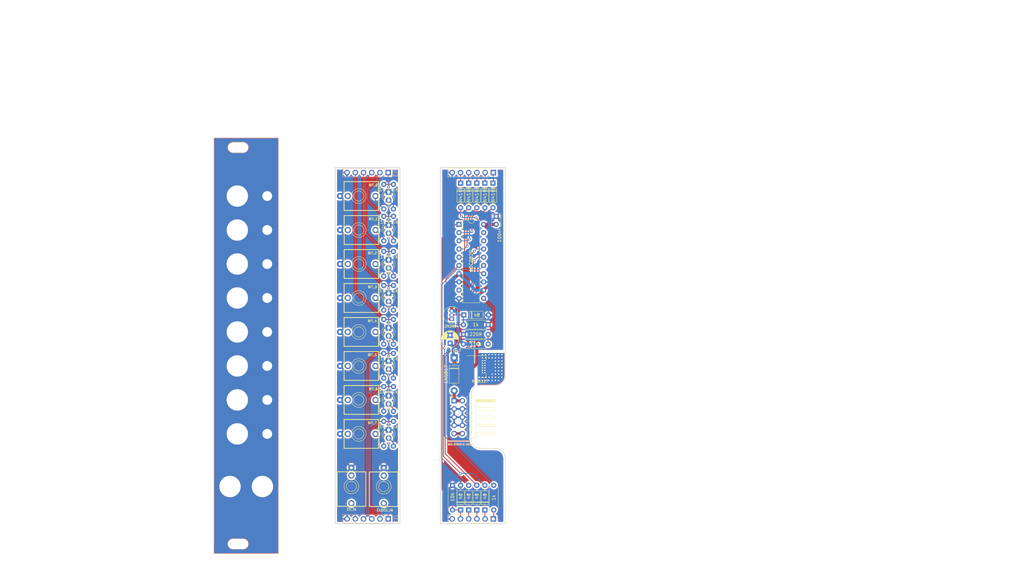
<source format=kicad_pcb>
(kicad_pcb (version 20171130) (host pcbnew "(5.1.5)-3")
  (layers (0 F.Cu signal) (31 B.Cu signal) (34 B.Paste user) (35 F.Paste user) (36 B.SilkS user) (37 F.SilkS user) (38 B.Mask user) (39 F.Mask user) (44 Edge.Cuts user))
  (net 0 "")
  (net 1 GND)
  (net 2 "Net-(D1-Pad1)")
  (net 3 /BIT_0)
  (net 4 /BIT_1)
  (net 5 /BIT_2)
  (net 6 /BIT_3)
  (net 7 /BIT_4)
  (net 8 /BIT_5)
  (net 9 /BIT_6)
  (net 10 /BIT_7)
  (net 11 "Net-(D12-Pad2)")
  (net 12 "Net-(D13-Pad2)")
  (net 13 "Net-(D14-Pad2)")
  (net 14 "Net-(D15-Pad2)")
  (net 15 "Net-(D16-Pad2)")
  (net 16 "Net-(D17-Pad2)")
  (net 17 "Net-(D18-Pad2)")
  (net 18 "Net-(D19-Pad2)")
  (net 19 "Net-(J3-PadT)")
  (net 20 "Net-(J4-PadT)")
  (net 21 "Net-(J5-PadT)")
  (net 22 "Net-(J6-PadT)")
  (net 23 "Net-(J7-PadT)")
  (net 24 "Net-(J8-PadT)")
  (net 25 "Net-(J9-PadT)")
  (net 26 "Net-(J10-PadT)")
  (net 27 +5V)
  (net 28 "Net-(Q1-Pad1)")
  (net 29 "Net-(R5-Pad1)")
  (net 30 /CV_IN_M)
  (net 31 /BIT_0_D)
  (net 32 /BIT_1_D)
  (net 33 /BIT_2_D)
  (net 34 /BIT_3_D)
  (net 35 /BIT_4_D)
  (net 36 /BIT_5_D)
  (net 37 /BIT_6_D)
  (net 38 /BIT_7_D)
  (net 39 /CK_IN)
  (net 40 /CV_IN)
  (net 41 /BIT_3_D__)
  (net 42 /BIT_2_D__)
  (net 43 /BIT_1_D__)
  (net 44 /BIT_0_D__)
  (net 45 /BIT_4_D__)
  (net 46 /BIT_5_D__)
  (net 47 /BIT_6_D__)
  (net 48 /BIT_7_D__)
  (net 49 /CK_IN_M)
  (net 50 +12V)
  (net 51 -12V)
  (net 52 /HEATSINK)
  (net 53 "Net-(D3-Pad2)")
  (module Diode_THT:D_DO-35_SOD27_P7.62mm_Horizontal (layer F.Cu) (at 143 97)
    (fp_text reference 48 (at 4 0) (layer F.SilkS))
    (fp_text value 1N4148)
    (pad 2 thru_hole oval (at 7.62 0) (size 1.6 1.6) (drill 0.8) (layers *.Cu *.Mask) (net 1 GND))
    (pad 1 thru_hole rect (at 0 0) (size 1.6 1.6) (drill 0.8) (layers *.Cu *.Mask) (net 2 "Net-(D1-Pad1)"))
  )
  (module Diode_THT:D_DO-35_SOD27_P7.62mm_Horizontal (layer F.Cu) (at 142 157.25 90)
    (fp_text reference 48 (at 4.25 0 90) (layer F.SilkS))
    (fp_text value 1N4148)
    (pad 2 thru_hole oval (at 7.62 0 90) (size 1.6 1.6) (drill 0.8) (layers *.Cu *.Mask) (net 1 GND))
    (pad 1 thru_hole rect (at 0 0 90) (size 1.6 1.6) (drill 0.8) (layers *.Cu *.Mask) (net 30 /CV_IN_M))
  )
  (module Diode_THT:D_DO-35_SOD27_P7.62mm_Horizontal (layer F.Cu) (at 152 56.25 270)
    (fp_text reference D4 hide)
    (fp_text value 1N4148 (at 4 0 270) (layer F.SilkS))
    (pad 2 thru_hole oval (at 7.62 0 270) (size 1.6 1.6) (drill 0.8) (layers *.Cu *.Mask) (net 3 /BIT_0))
    (pad 1 thru_hole rect (at 0 0 270) (size 1.6 1.6) (drill 0.8) (layers *.Cu *.Mask) (net 31 /BIT_0_D))
  )
  (module Diode_THT:D_DO-35_SOD27_P7.62mm_Horizontal (layer F.Cu) (at 149.5 56.25 270)
    (fp_text reference D5 hide)
    (fp_text value 1N4148 (at 4 0 270) (layer F.SilkS))
    (pad 1 thru_hole rect (at 0 0 270) (size 1.6 1.6) (drill 0.8) (layers *.Cu *.Mask) (net 32 /BIT_1_D))
    (pad 2 thru_hole oval (at 7.62 0 270) (size 1.6 1.6) (drill 0.8) (layers *.Cu *.Mask) (net 4 /BIT_1))
  )
  (module Diode_THT:D_DO-35_SOD27_P7.62mm_Horizontal (layer F.Cu) (at 147 56.25 270)
    (fp_text reference D6 hide)
    (fp_text value 1N4148 (at 4 0 270) (layer F.SilkS))
    (pad 1 thru_hole rect (at 0 0 270) (size 1.6 1.6) (drill 0.8) (layers *.Cu *.Mask) (net 33 /BIT_2_D))
    (pad 2 thru_hole oval (at 7.62 0 270) (size 1.6 1.6) (drill 0.8) (layers *.Cu *.Mask) (net 5 /BIT_2))
  )
  (module Diode_THT:D_DO-35_SOD27_P7.62mm_Horizontal (layer F.Cu) (at 144.5 56.25 270)
    (fp_text reference D7 hide)
    (fp_text value 1N4148 (at 4 0 270) (layer F.SilkS))
    (pad 2 thru_hole oval (at 7.62 0 270) (size 1.6 1.6) (drill 0.8) (layers *.Cu *.Mask) (net 6 /BIT_3))
    (pad 1 thru_hole rect (at 0 0 270) (size 1.6 1.6) (drill 0.8) (layers *.Cu *.Mask) (net 34 /BIT_3_D))
  )
  (module Diode_THT:D_DO-35_SOD27_P7.62mm_Horizontal (layer F.Cu) (at 142 56.25 270)
    (fp_text reference D8 hide)
    (fp_text value 1N4148 (at 4 0 270) (layer F.SilkS))
    (pad 1 thru_hole rect (at 0 0 270) (size 1.6 1.6) (drill 0.8) (layers *.Cu *.Mask) (net 35 /BIT_4_D))
    (pad 2 thru_hole oval (at 7.62 0 270) (size 1.6 1.6) (drill 0.8) (layers *.Cu *.Mask) (net 7 /BIT_4))
  )
  (module Diode_THT:D_DO-35_SOD27_P7.62mm_Horizontal (layer F.Cu) (at 144.5 157.25 90)
    (fp_text reference 48 (at 4.25 0 90) (layer F.SilkS))
    (fp_text value 1N4148)
    (pad 2 thru_hole oval (at 7.62 0 90) (size 1.6 1.6) (drill 0.8) (layers *.Cu *.Mask) (net 8 /BIT_5))
    (pad 1 thru_hole rect (at 0 0 90) (size 1.6 1.6) (drill 0.8) (layers *.Cu *.Mask) (net 36 /BIT_5_D))
  )
  (module Diode_THT:D_DO-35_SOD27_P7.62mm_Horizontal (layer F.Cu) (at 147 157.25 90)
    (fp_text reference 48 (at 4.25 0 90) (layer F.SilkS))
    (fp_text value 1N4148)
    (pad 1 thru_hole rect (at 0 0 90) (size 1.6 1.6) (drill 0.8) (layers *.Cu *.Mask) (net 37 /BIT_6_D))
    (pad 2 thru_hole oval (at 7.62 0 90) (size 1.6 1.6) (drill 0.8) (layers *.Cu *.Mask) (net 9 /BIT_6))
  )
  (module Diode_THT:D_DO-35_SOD27_P7.62mm_Horizontal (layer F.Cu) (at 149.5 157.25 90)
    (fp_text reference 48 (at 4.25 0 90) (layer F.SilkS))
    (fp_text value 1N4148)
    (pad 1 thru_hole rect (at 0 0 90) (size 1.6 1.6) (drill 0.8) (layers *.Cu *.Mask) (net 38 /BIT_7_D))
    (pad 2 thru_hole oval (at 7.62 0 90) (size 1.6 1.6) (drill 0.8) (layers *.Cu *.Mask) (net 10 /BIT_7))
  )
  (module LED_THT:LED_D3.0mm (layer F.Cu) (at 119.75 59 270)
    (fp_text reference D12 hide)
    (fp_text value LED)
    (pad 2 thru_hole circle (at 2.54 0 270) (size 1.8 1.8) (drill 0.9) (layers *.Cu *.Mask) (net 11 "Net-(D12-Pad2)"))
    (pad 1 thru_hole rect (at 0 0 270) (size 1.8 1.8) (drill 0.9) (layers *.Cu *.Mask) (net 1 GND))
  )
  (module LED_THT:LED_D3.0mm (layer F.Cu) (at 119.75 69.21 270)
    (fp_text reference D13 hide)
    (fp_text value LED)
    (pad 1 thru_hole rect (at 0 0 270) (size 1.8 1.8) (drill 0.9) (layers *.Cu *.Mask) (net 1 GND))
    (pad 2 thru_hole circle (at 2.54 0 270) (size 1.8 1.8) (drill 0.9) (layers *.Cu *.Mask) (net 12 "Net-(D13-Pad2)"))
  )
  (module LED_THT:LED_D3.0mm (layer F.Cu) (at 119.75 79.96 270)
    (fp_text reference D14 hide)
    (fp_text value LED)
    (pad 2 thru_hole circle (at 2.54 0 270) (size 1.8 1.8) (drill 0.9) (layers *.Cu *.Mask) (net 13 "Net-(D14-Pad2)"))
    (pad 1 thru_hole rect (at 0 0 270) (size 1.8 1.8) (drill 0.9) (layers *.Cu *.Mask) (net 1 GND))
  )
  (module LED_THT:LED_D3.0mm (layer F.Cu) (at 119.75 90.25 270)
    (fp_text reference D15 hide)
    (fp_text value LED)
    (pad 1 thru_hole rect (at 0 0 270) (size 1.8 1.8) (drill 0.9) (layers *.Cu *.Mask) (net 1 GND))
    (pad 2 thru_hole circle (at 2.54 0 270) (size 1.8 1.8) (drill 0.9) (layers *.Cu *.Mask) (net 14 "Net-(D15-Pad2)"))
  )
  (module LED_THT:LED_D3.0mm (layer F.Cu) (at 119.75 100.96 270)
    (fp_text reference D16 hide)
    (fp_text value LED)
    (pad 1 thru_hole rect (at 0 0 270) (size 1.8 1.8) (drill 0.9) (layers *.Cu *.Mask) (net 1 GND))
    (pad 2 thru_hole circle (at 2.54 0 270) (size 1.8 1.8) (drill 0.9) (layers *.Cu *.Mask) (net 15 "Net-(D16-Pad2)"))
  )
  (module LED_THT:LED_D3.0mm (layer F.Cu) (at 119.75 111.21 270)
    (fp_text reference D17 hide)
    (fp_text value LED)
    (pad 1 thru_hole rect (at 0 0 270) (size 1.8 1.8) (drill 0.9) (layers *.Cu *.Mask) (net 1 GND))
    (pad 2 thru_hole circle (at 2.54 0 270) (size 1.8 1.8) (drill 0.9) (layers *.Cu *.Mask) (net 16 "Net-(D17-Pad2)"))
  )
  (module LED_THT:LED_D3.0mm (layer F.Cu) (at 119.75 121.96 270)
    (fp_text reference D18 hide)
    (fp_text value LED)
    (pad 2 thru_hole circle (at 2.54 0 270) (size 1.8 1.8) (drill 0.9) (layers *.Cu *.Mask) (net 17 "Net-(D18-Pad2)"))
    (pad 1 thru_hole rect (at 0 0 270) (size 1.8 1.8) (drill 0.9) (layers *.Cu *.Mask) (net 1 GND))
  )
  (module LED_THT:LED_D3.0mm (layer F.Cu) (at 119.75 132.5 270)
    (fp_text reference D19 hide)
    (fp_text value LED)
    (pad 1 thru_hole rect (at 0 0 270) (size 1.8 1.8) (drill 0.9) (layers *.Cu *.Mask) (net 1 GND))
    (pad 2 thru_hole circle (at 2.54 0 270) (size 1.8 1.8) (drill 0.9) (layers *.Cu *.Mask) (net 18 "Net-(D19-Pad2)"))
  )
  (module NN_Footprints:Thonkiconn_mono (layer F.Cu) (at 118.25 150 90)
    (fp_text reference J1 hide)
    (fp_text value CLOCK_IN (at -7.75 -2.25 180) (layer F.SilkS) (effects (font (size 0.7 0.7) (thickness 0.1524)) (justify left bottom)))
    (pad TN thru_hole circle (at 3.3528 0 90) (size 1.9304 1.9304) (drill 1.143) (layers *.Cu *.Mask))
    (pad S thru_hole circle (at 5.7658 0 90) (size 1.9304 1.9304) (drill 0.889) (layers *.Cu *.Mask) (net 1 GND))
    (pad T thru_hole circle (at -5.207 0 90) (size 1.9304 1.9304) (drill 1.143) (layers *.Cu *.Mask) (net 39 /CK_IN))
  )
  (module NN_Footprints:Thonkiconn_mono (layer F.Cu) (at 108.25 149.957 90)
    (fp_text reference J2 hide)
    (fp_text value CV_IN (at -7.543 -1.5 180) (layer F.SilkS) (effects (font (size 0.7 0.7) (thickness 0.1524)) (justify left bottom)))
    (pad TN thru_hole circle (at 3.3528 0 90) (size 1.9304 1.9304) (drill 1.143) (layers *.Cu *.Mask))
    (pad S thru_hole circle (at 5.7658 0 90) (size 1.9304 1.9304) (drill 0.889) (layers *.Cu *.Mask) (net 1 GND))
    (pad T thru_hole circle (at -5.207 0 90) (size 1.9304 1.9304) (drill 1.143) (layers *.Cu *.Mask) (net 40 /CV_IN))
  )
  (module NN_Footprints:Thonkiconn_mono (layer F.Cu) (at 110.5 60.25 180)
    (fp_text reference J3 hide)
    (fp_text value BIT_0 (at -3 3 180) (layer F.SilkS) (effects (font (size 0.7 0.7) (thickness 0.1524)) (justify left bottom)))
    (pad T thru_hole circle (at -5.207 0 180) (size 1.9304 1.9304) (drill 1.143) (layers *.Cu *.Mask) (net 19 "Net-(J3-PadT)"))
    (pad S thru_hole circle (at 5.7658 0 180) (size 1.9304 1.9304) (drill 0.889) (layers *.Cu *.Mask) (net 1 GND))
    (pad TN thru_hole circle (at 3.3528 0 180) (size 1.9304 1.9304) (drill 1.143) (layers *.Cu *.Mask))
  )
  (module NN_Footprints:Thonkiconn_mono (layer F.Cu) (at 110.5158 70.75 180)
    (fp_text reference J4 hide)
    (fp_text value BIT_1 (at -2.9842 3 180) (layer F.SilkS) (effects (font (size 0.7 0.7) (thickness 0.1524)) (justify left bottom)))
    (pad TN thru_hole circle (at 3.3528 0 180) (size 1.9304 1.9304) (drill 1.143) (layers *.Cu *.Mask))
    (pad S thru_hole circle (at 5.7658 0 180) (size 1.9304 1.9304) (drill 0.889) (layers *.Cu *.Mask) (net 1 GND))
    (pad T thru_hole circle (at -5.207 0 180) (size 1.9304 1.9304) (drill 1.143) (layers *.Cu *.Mask) (net 20 "Net-(J4-PadT)"))
  )
  (module NN_Footprints:Thonkiconn_mono (layer F.Cu) (at 110.5158 81.25 180)
    (fp_text reference J5 hide)
    (fp_text value BIT_2 (at -2.7342 3 180) (layer F.SilkS) (effects (font (size 0.7 0.7) (thickness 0.1524)) (justify left bottom)))
    (pad T thru_hole circle (at -5.207 0 180) (size 1.9304 1.9304) (drill 1.143) (layers *.Cu *.Mask) (net 21 "Net-(J5-PadT)"))
    (pad S thru_hole circle (at 5.7658 0 180) (size 1.9304 1.9304) (drill 0.889) (layers *.Cu *.Mask) (net 1 GND))
    (pad TN thru_hole circle (at 3.3528 0 180) (size 1.9304 1.9304) (drill 1.143) (layers *.Cu *.Mask))
  )
  (module NN_Footprints:Thonkiconn_mono (layer F.Cu) (at 110.5 91.75 180)
    (fp_text reference J6 hide)
    (fp_text value BIT_3 (at -2.75 3 180) (layer F.SilkS) (effects (font (size 0.7 0.7) (thickness 0.1524)) (justify left bottom)))
    (pad T thru_hole circle (at -5.207 0 180) (size 1.9304 1.9304) (drill 1.143) (layers *.Cu *.Mask) (net 22 "Net-(J6-PadT)"))
    (pad S thru_hole circle (at 5.7658 0 180) (size 1.9304 1.9304) (drill 0.889) (layers *.Cu *.Mask) (net 1 GND))
    (pad TN thru_hole circle (at 3.3528 0 180) (size 1.9304 1.9304) (drill 1.143) (layers *.Cu *.Mask))
  )
  (module NN_Footprints:Thonkiconn_mono (layer F.Cu) (at 110.5 102.25 180)
    (fp_text reference J7 hide)
    (fp_text value BIT_4 (at -2.75 3 180) (layer F.SilkS) (effects (font (size 0.7 0.7) (thickness 0.1524)) (justify left bottom)))
    (pad TN thru_hole circle (at 3.3528 0 180) (size 1.9304 1.9304) (drill 1.143) (layers *.Cu *.Mask))
    (pad S thru_hole circle (at 5.7658 0 180) (size 1.9304 1.9304) (drill 0.889) (layers *.Cu *.Mask) (net 1 GND))
    (pad T thru_hole circle (at -5.207 0 180) (size 1.9304 1.9304) (drill 1.143) (layers *.Cu *.Mask) (net 23 "Net-(J7-PadT)"))
  )
  (module NN_Footprints:Thonkiconn_mono (layer F.Cu) (at 110.5 112.75 180)
    (fp_text reference J8 hide)
    (fp_text value BIT_5 (at -2.75 3 180) (layer F.SilkS) (effects (font (size 0.7 0.7) (thickness 0.1524)) (justify left bottom)))
    (pad TN thru_hole circle (at 3.3528 0 180) (size 1.9304 1.9304) (drill 1.143) (layers *.Cu *.Mask))
    (pad S thru_hole circle (at 5.7658 0 180) (size 1.9304 1.9304) (drill 0.889) (layers *.Cu *.Mask) (net 1 GND))
    (pad T thru_hole circle (at -5.207 0 180) (size 1.9304 1.9304) (drill 1.143) (layers *.Cu *.Mask) (net 24 "Net-(J8-PadT)"))
  )
  (module NN_Footprints:Thonkiconn_mono (layer F.Cu) (at 110.5 123.25 180)
    (fp_text reference J9 hide)
    (fp_text value BIT_6 (at -3 3 180) (layer F.SilkS) (effects (font (size 0.7 0.7) (thickness 0.1524)) (justify left bottom)))
    (pad T thru_hole circle (at -5.207 0 180) (size 1.9304 1.9304) (drill 1.143) (layers *.Cu *.Mask) (net 25 "Net-(J9-PadT)"))
    (pad S thru_hole circle (at 5.7658 0 180) (size 1.9304 1.9304) (drill 0.889) (layers *.Cu *.Mask) (net 1 GND))
    (pad TN thru_hole circle (at 3.3528 0 180) (size 1.9304 1.9304) (drill 1.143) (layers *.Cu *.Mask))
  )
  (module NN_Footprints:Thonkiconn_mono (layer F.Cu) (at 110.5 133.75 180)
    (fp_text reference J10 hide)
    (fp_text value BIT_7 (at -2.75 3 180) (layer F.SilkS) (effects (font (size 0.7 0.7) (thickness 0.1524)) (justify left bottom)))
    (pad T thru_hole circle (at -5.207 0 180) (size 1.9304 1.9304) (drill 1.143) (layers *.Cu *.Mask) (net 26 "Net-(J10-PadT)"))
    (pad S thru_hole circle (at 5.7658 0 180) (size 1.9304 1.9304) (drill 0.889) (layers *.Cu *.Mask) (net 1 GND))
    (pad TN thru_hole circle (at 3.3528 0 180) (size 1.9304 1.9304) (drill 1.143) (layers *.Cu *.Mask))
  )
  (module Package_TO_SOT_THT:TO-92_Inline (layer F.Cu) (at 139.25 98.25 90)
    (fp_text reference Q1 hide)
    (fp_text value 2N3904 (at -2.25 0 180) (layer F.SilkS) (effects (font (size 0.75 0.75))))
    (pad 2 thru_hole oval (at 1.27 0 90) (size 1.05 1.5) (drill 0.75) (layers *.Cu *.Mask) (net 2 "Net-(D1-Pad1)"))
    (pad 3 thru_hole oval (at 2.54 0 90) (size 1.05 1.5) (drill 0.75) (layers *.Cu *.Mask) (net 27 +5V))
    (pad 1 thru_hole rect (at 0 0 90) (size 1.05 1.5) (drill 0.75) (layers *.Cu *.Mask) (net 28 "Net-(Q1-Pad1)"))
  )
  (module Resistor_THT:R_Axial_DIN0207_L6.3mm_D2.5mm_P7.62mm_Horizontal (layer F.Cu) (at 152.25 149.63 270)
    (fp_text reference R1 hide)
    (fp_text value 1k (at 3.81 0 270) (layer F.SilkS))
    (pad 1 thru_hole circle (at 0 0 270) (size 1.6 1.6) (drill 0.8) (layers *.Cu *.Mask) (net 2 "Net-(D1-Pad1)"))
    (pad 2 thru_hole oval (at 7.62 0 270) (size 1.6 1.6) (drill 0.8) (layers *.Cu *.Mask) (net 49 /CK_IN_M))
  )
  (module Resistor_THT:R_Axial_DIN0207_L6.3mm_D2.5mm_P7.62mm_Horizontal (layer F.Cu) (at 150.5 100 180)
    (fp_text reference R2 hide)
    (fp_text value 1k (at 3.81 0 180) (layer F.SilkS))
    (pad 2 thru_hole oval (at 7.62 0 180) (size 1.6 1.6) (drill 0.8) (layers *.Cu *.Mask) (net 2 "Net-(D1-Pad1)"))
    (pad 1 thru_hole circle (at 0 0 180) (size 1.6 1.6) (drill 0.8) (layers *.Cu *.Mask) (net 1 GND))
  )
  (module Resistor_THT:R_Axial_DIN0207_L6.3mm_D2.5mm_P7.62mm_Horizontal (layer F.Cu) (at 139.5 149.63 270)
    (fp_text reference R3 hide)
    (fp_text value 10k (at 3.62 0 270) (layer F.SilkS))
    (pad 1 thru_hole circle (at 0 0 270) (size 1.6 1.6) (drill 0.8) (layers *.Cu *.Mask) (net 1 GND))
    (pad 2 thru_hole oval (at 7.62 0 270) (size 1.6 1.6) (drill 0.8) (layers *.Cu *.Mask) (net 30 /CV_IN_M))
  )
  (module Resistor_THT:R_Axial_DIN0207_L6.3mm_D2.5mm_P7.62mm_Horizontal (layer F.Cu) (at 150.5 106 180)
    (fp_text reference R5 hide)
    (fp_text value 110k (at 3.75 0 180) (layer F.SilkS))
    (pad 1 thru_hole circle (at 0 0 180) (size 1.6 1.6) (drill 0.8) (layers *.Cu *.Mask) (net 29 "Net-(R5-Pad1)"))
    (pad 2 thru_hole oval (at 7.62 0 180) (size 1.6 1.6) (drill 0.8) (layers *.Cu *.Mask) (net 27 +5V))
  )
  (module Resistor_THT:R_Axial_DIN0207_L6.3mm_D2.5mm_P7.62mm_Horizontal (layer F.Cu) (at 142.88 103)
    (fp_text reference R6 hide)
    (fp_text value 220R (at 3.81 0) (layer F.SilkS))
    (pad 2 thru_hole oval (at 7.62 0) (size 1.6 1.6) (drill 0.8) (layers *.Cu *.Mask) (net 29 "Net-(R5-Pad1)"))
    (pad 1 thru_hole circle (at 0 0) (size 1.6 1.6) (drill 0.8) (layers *.Cu *.Mask) (net 1 GND))
  )
  (module Resistor_THT:R_Axial_DIN0207_L6.3mm_D2.5mm_P7.62mm_Horizontal (layer F.Cu) (at 118.25 64.25 90)
    (fp_text reference R7 hide)
    (fp_text value 1k (at 6 -0.5 180) (layer F.SilkS))
    (pad 1 thru_hole circle (at 0 0 90) (size 1.6 1.6) (drill 0.8) (layers *.Cu *.Mask) (net 19 "Net-(J3-PadT)"))
    (pad 2 thru_hole oval (at 7.62 0 90) (size 1.6 1.6) (drill 0.8) (layers *.Cu *.Mask) (net 44 /BIT_0_D__))
  )
  (module Resistor_THT:R_Axial_DIN0207_L6.3mm_D2.5mm_P7.62mm_Horizontal (layer F.Cu) (at 121.25 64.25 90)
    (fp_text reference R8 hide)
    (fp_text value 1k (at 6 0.5 180) (layer F.SilkS))
    (pad 1 thru_hole circle (at 0 0 90) (size 1.6 1.6) (drill 0.8) (layers *.Cu *.Mask) (net 11 "Net-(D12-Pad2)"))
    (pad 2 thru_hole oval (at 7.62 0 90) (size 1.6 1.6) (drill 0.8) (layers *.Cu *.Mask) (net 44 /BIT_0_D__))
  )
  (module Resistor_THT:R_Axial_DIN0207_L6.3mm_D2.5mm_P7.62mm_Horizontal (layer F.Cu) (at 118.25 74.12 90)
    (fp_text reference R9 hide)
    (fp_text value 1k (at 5.87 -0.25 180) (layer F.SilkS))
    (pad 2 thru_hole oval (at 7.62 0 90) (size 1.6 1.6) (drill 0.8) (layers *.Cu *.Mask) (net 43 /BIT_1_D__))
    (pad 1 thru_hole circle (at 0 0 90) (size 1.6 1.6) (drill 0.8) (layers *.Cu *.Mask) (net 20 "Net-(J4-PadT)"))
  )
  (module Resistor_THT:R_Axial_DIN0207_L6.3mm_D2.5mm_P7.62mm_Horizontal (layer F.Cu) (at 121.25 74.12 90)
    (fp_text reference R10 hide)
    (fp_text value 1k (at 5.87 0.5 180) (layer F.SilkS))
    (pad 2 thru_hole oval (at 7.62 0 90) (size 1.6 1.6) (drill 0.8) (layers *.Cu *.Mask) (net 43 /BIT_1_D__))
    (pad 1 thru_hole circle (at 0 0 90) (size 1.6 1.6) (drill 0.8) (layers *.Cu *.Mask) (net 12 "Net-(D13-Pad2)"))
  )
  (module Resistor_THT:R_Axial_DIN0207_L6.3mm_D2.5mm_P7.62mm_Horizontal (layer F.Cu) (at 118.25 85 90)
    (fp_text reference R11 hide)
    (fp_text value 1k (at 6 -0.25 180) (layer F.SilkS))
    (pad 1 thru_hole circle (at 0 0 90) (size 1.6 1.6) (drill 0.8) (layers *.Cu *.Mask) (net 21 "Net-(J5-PadT)"))
    (pad 2 thru_hole oval (at 7.62 0 90) (size 1.6 1.6) (drill 0.8) (layers *.Cu *.Mask) (net 42 /BIT_2_D__))
  )
  (module Resistor_THT:R_Axial_DIN0207_L6.3mm_D2.5mm_P7.62mm_Horizontal (layer F.Cu) (at 121.25 85 90)
    (fp_text reference R12 hide)
    (fp_text value 1k (at 6 0.5 180) (layer F.SilkS))
    (pad 1 thru_hole circle (at 0 0 90) (size 1.6 1.6) (drill 0.8) (layers *.Cu *.Mask) (net 13 "Net-(D14-Pad2)"))
    (pad 2 thru_hole oval (at 7.62 0 90) (size 1.6 1.6) (drill 0.8) (layers *.Cu *.Mask) (net 42 /BIT_2_D__))
  )
  (module Resistor_THT:R_Axial_DIN0207_L6.3mm_D2.5mm_P7.62mm_Horizontal (layer F.Cu) (at 118.25 95.5 90)
    (fp_text reference R13 hide)
    (fp_text value 1k (at 6 -0.5 180) (layer F.SilkS))
    (pad 2 thru_hole oval (at 7.62 0 90) (size 1.6 1.6) (drill 0.8) (layers *.Cu *.Mask) (net 41 /BIT_3_D__))
    (pad 1 thru_hole circle (at 0 0 90) (size 1.6 1.6) (drill 0.8) (layers *.Cu *.Mask) (net 22 "Net-(J6-PadT)"))
  )
  (module Resistor_THT:R_Axial_DIN0207_L6.3mm_D2.5mm_P7.62mm_Horizontal (layer F.Cu) (at 121.25 95.5 90)
    (fp_text reference R14 hide)
    (fp_text value 1k (at 6 0.5 180) (layer F.SilkS))
    (pad 2 thru_hole oval (at 7.62 0 90) (size 1.6 1.6) (drill 0.8) (layers *.Cu *.Mask) (net 41 /BIT_3_D__))
    (pad 1 thru_hole circle (at 0 0 90) (size 1.6 1.6) (drill 0.8) (layers *.Cu *.Mask) (net 14 "Net-(D15-Pad2)"))
  )
  (module Resistor_THT:R_Axial_DIN0207_L6.3mm_D2.5mm_P7.62mm_Horizontal (layer F.Cu) (at 118.25 106 90)
    (fp_text reference R15 hide)
    (fp_text value 1k)
    (pad 2 thru_hole oval (at 7.62 0 90) (size 1.6 1.6) (drill 0.8) (layers *.Cu *.Mask) (net 45 /BIT_4_D__))
    (pad 1 thru_hole circle (at 0 0 90) (size 1.6 1.6) (drill 0.8) (layers *.Cu *.Mask) (net 23 "Net-(J7-PadT)"))
  )
  (module Resistor_THT:R_Axial_DIN0207_L6.3mm_D2.5mm_P7.62mm_Horizontal (layer F.Cu) (at 121.25 106 90)
    (fp_text reference R16 hide)
    (fp_text value 1k)
    (pad 2 thru_hole oval (at 7.62 0 90) (size 1.6 1.6) (drill 0.8) (layers *.Cu *.Mask) (net 45 /BIT_4_D__))
    (pad 1 thru_hole circle (at 0 0 90) (size 1.6 1.6) (drill 0.8) (layers *.Cu *.Mask) (net 15 "Net-(D16-Pad2)"))
  )
  (module Resistor_THT:R_Axial_DIN0207_L6.3mm_D2.5mm_P7.62mm_Horizontal (layer F.Cu) (at 118.25 116.5 90)
    (fp_text reference R17 hide)
    (fp_text value 1k (at 6 -0.25 180) (layer F.SilkS))
    (pad 2 thru_hole oval (at 7.62 0 90) (size 1.6 1.6) (drill 0.8) (layers *.Cu *.Mask) (net 46 /BIT_5_D__))
    (pad 1 thru_hole circle (at 0 0 90) (size 1.6 1.6) (drill 0.8) (layers *.Cu *.Mask) (net 24 "Net-(J8-PadT)"))
  )
  (module Resistor_THT:R_Axial_DIN0207_L6.3mm_D2.5mm_P7.62mm_Horizontal (layer F.Cu) (at 121.25 116.5 90)
    (fp_text reference R18 hide)
    (fp_text value 1k (at 6 0.5 180) (layer F.SilkS))
    (pad 1 thru_hole circle (at 0 0 90) (size 1.6 1.6) (drill 0.8) (layers *.Cu *.Mask) (net 16 "Net-(D17-Pad2)"))
    (pad 2 thru_hole oval (at 7.62 0 90) (size 1.6 1.6) (drill 0.8) (layers *.Cu *.Mask) (net 46 /BIT_5_D__))
  )
  (module Resistor_THT:R_Axial_DIN0207_L6.3mm_D2.5mm_P7.62mm_Horizontal (layer F.Cu) (at 118.25 126.75 90)
    (fp_text reference R19 hide)
    (fp_text value 1k (at 6 -0.5 180) (layer F.SilkS))
    (pad 1 thru_hole circle (at 0 0 90) (size 1.6 1.6) (drill 0.8) (layers *.Cu *.Mask) (net 25 "Net-(J9-PadT)"))
    (pad 2 thru_hole oval (at 7.62 0 90) (size 1.6 1.6) (drill 0.8) (layers *.Cu *.Mask) (net 47 /BIT_6_D__))
  )
  (module Resistor_THT:R_Axial_DIN0207_L6.3mm_D2.5mm_P7.62mm_Horizontal (layer F.Cu) (at 121.25 126.75 90)
    (fp_text reference R20 hide)
    (fp_text value 1k (at 6 0.5 180) (layer F.SilkS))
    (pad 2 thru_hole oval (at 7.62 0 90) (size 1.6 1.6) (drill 0.8) (layers *.Cu *.Mask) (net 47 /BIT_6_D__))
    (pad 1 thru_hole circle (at 0 0 90) (size 1.6 1.6) (drill 0.8) (layers *.Cu *.Mask) (net 17 "Net-(D18-Pad2)"))
  )
  (module Resistor_THT:R_Axial_DIN0207_L6.3mm_D2.5mm_P7.62mm_Horizontal (layer F.Cu) (at 118.25 137.5 90)
    (fp_text reference R21 hide)
    (fp_text value 1k (at 6 -0.5 180) (layer F.SilkS))
    (pad 2 thru_hole oval (at 7.62 0 90) (size 1.6 1.6) (drill 0.8) (layers *.Cu *.Mask) (net 48 /BIT_7_D__))
    (pad 1 thru_hole circle (at 0 0 90) (size 1.6 1.6) (drill 0.8) (layers *.Cu *.Mask) (net 26 "Net-(J10-PadT)"))
  )
  (module Resistor_THT:R_Axial_DIN0207_L6.3mm_D2.5mm_P7.62mm_Horizontal (layer F.Cu) (at 121.25 137.5 90)
    (fp_text reference R22 hide)
    (fp_text value 1k (at 6 0.5 180) (layer F.SilkS))
    (pad 1 thru_hole circle (at 0 0 90) (size 1.6 1.6) (drill 0.8) (layers *.Cu *.Mask) (net 18 "Net-(D19-Pad2)"))
    (pad 2 thru_hole oval (at 7.62 0 90) (size 1.6 1.6) (drill 0.8) (layers *.Cu *.Mask) (net 48 /BIT_7_D__))
  )
  (module Package_DIP:DIP-20_W7.62mm (layer F.Cu) (at 141.5 69)
    (fp_text reference U3 hide)
    (fp_text value ADC0820 (at 3.75 11.25 90) (layer F.SilkS))
    (pad 1 thru_hole rect (at 0 0) (size 1.6 1.6) (drill 0.8) (layers *.Cu *.Mask) (net 30 /CV_IN_M))
    (pad 11 thru_hole oval (at 7.62 22.86) (size 1.6 1.6) (drill 0.8) (layers *.Cu *.Mask) (net 29 "Net-(R5-Pad1)"))
    (pad 2 thru_hole oval (at 0 2.54) (size 1.6 1.6) (drill 0.8) (layers *.Cu *.Mask) (net 3 /BIT_0))
    (pad 12 thru_hole oval (at 7.62 20.32) (size 1.6 1.6) (drill 0.8) (layers *.Cu *.Mask) (net 27 +5V))
    (pad 3 thru_hole oval (at 0 5.08) (size 1.6 1.6) (drill 0.8) (layers *.Cu *.Mask) (net 4 /BIT_1))
    (pad 13 thru_hole oval (at 7.62 17.78) (size 1.6 1.6) (drill 0.8) (layers *.Cu *.Mask) (net 1 GND))
    (pad 4 thru_hole oval (at 0 7.62) (size 1.6 1.6) (drill 0.8) (layers *.Cu *.Mask) (net 5 /BIT_2))
    (pad 14 thru_hole oval (at 7.62 15.24) (size 1.6 1.6) (drill 0.8) (layers *.Cu *.Mask) (net 7 /BIT_4))
    (pad 5 thru_hole oval (at 0 10.16) (size 1.6 1.6) (drill 0.8) (layers *.Cu *.Mask) (net 6 /BIT_3))
    (pad 15 thru_hole oval (at 7.62 12.7) (size 1.6 1.6) (drill 0.8) (layers *.Cu *.Mask) (net 8 /BIT_5))
    (pad 6 thru_hole oval (at 0 12.7) (size 1.6 1.6) (drill 0.8) (layers *.Cu *.Mask) (net 28 "Net-(Q1-Pad1)"))
    (pad 16 thru_hole oval (at 7.62 10.16) (size 1.6 1.6) (drill 0.8) (layers *.Cu *.Mask) (net 9 /BIT_6))
    (pad 7 thru_hole oval (at 0 15.24) (size 1.6 1.6) (drill 0.8) (layers *.Cu *.Mask) (net 27 +5V))
    (pad 17 thru_hole oval (at 7.62 7.62) (size 1.6 1.6) (drill 0.8) (layers *.Cu *.Mask) (net 10 /BIT_7))
    (pad 8 thru_hole oval (at 0 17.78) (size 1.6 1.6) (drill 0.8) (layers *.Cu *.Mask) (net 1 GND))
    (pad 18 thru_hole oval (at 7.62 5.08) (size 1.6 1.6) (drill 0.8) (layers *.Cu *.Mask))
    (pad 9 thru_hole oval (at 0 20.32) (size 1.6 1.6) (drill 0.8) (layers *.Cu *.Mask))
    (pad 19 thru_hole oval (at 7.62 2.54) (size 1.6 1.6) (drill 0.8) (layers *.Cu *.Mask))
    (pad 10 thru_hole oval (at 0 22.86) (size 1.6 1.6) (drill 0.8) (layers *.Cu *.Mask) (net 1 GND))
    (pad 20 thru_hole oval (at 7.62 0) (size 1.6 1.6) (drill 0.8) (layers *.Cu *.Mask) (net 27 +5V))
  )
  (module Connector_PinHeader_2.54mm:PinHeader_1x06_P2.54mm_Vertical (layer B.Cu) (at 119.62 160 90)
    (fp_text reference J11 (at 0 2.33 90) (layer B.SilkS) (effects (justify mirror)))
    (fp_text value Conn_01x06_Male)
    (pad 6 thru_hole oval (at 0 -12.7 90) (size 1.7 1.7) (drill 1) (layers *.Cu *.Mask) (net 1 GND))
    (pad 5 thru_hole oval (at 0 -10.16 90) (size 1.7 1.7) (drill 1) (layers *.Cu *.Mask) (net 40 /CV_IN))
    (pad 4 thru_hole oval (at 0 -7.62 90) (size 1.7 1.7) (drill 1) (layers *.Cu *.Mask) (net 46 /BIT_5_D__))
    (pad 3 thru_hole oval (at 0 -5.08 90) (size 1.7 1.7) (drill 1) (layers *.Cu *.Mask) (net 47 /BIT_6_D__))
    (pad 2 thru_hole oval (at 0 -2.54 90) (size 1.7 1.7) (drill 1) (layers *.Cu *.Mask) (net 48 /BIT_7_D__))
    (pad 1 thru_hole rect (at 0 0 90) (size 1.7 1.7) (drill 1) (layers *.Cu *.Mask) (net 39 /CK_IN))
  )
  (module Connector_PinSocket_2.54mm:PinSocket_1x06_P2.54mm_Vertical (layer F.Cu) (at 152.12 160 270)
    (fp_text reference J12 hide)
    (fp_text value Conn_01x06_Female)
    (pad 1 thru_hole rect (at 0 0 270) (size 1.7 1.7) (drill 1) (layers *.Cu *.Mask) (net 49 /CK_IN_M))
    (pad 2 thru_hole oval (at 0 2.54 270) (size 1.7 1.7) (drill 1) (layers *.Cu *.Mask) (net 38 /BIT_7_D))
    (pad 3 thru_hole oval (at 0 5.08 270) (size 1.7 1.7) (drill 1) (layers *.Cu *.Mask) (net 37 /BIT_6_D))
    (pad 4 thru_hole oval (at 0 7.62 270) (size 1.7 1.7) (drill 1) (layers *.Cu *.Mask) (net 36 /BIT_5_D))
    (pad 5 thru_hole oval (at 0 10.16 270) (size 1.7 1.7) (drill 1) (layers *.Cu *.Mask) (net 30 /CV_IN_M))
    (pad 6 thru_hole oval (at 0 12.7 270) (size 1.7 1.7) (drill 1) (layers *.Cu *.Mask) (net 1 GND))
  )
  (module Connector_PinHeader_2.54mm:PinHeader_1x06_P2.54mm_Vertical (layer B.Cu) (at 119.62 53 90)
    (fp_text reference J13 (at 0 2.33 90) (layer B.SilkS) (effects (justify mirror)))
    (fp_text value Conn_01x06_Male)
    (pad 1 thru_hole rect (at 0 0 90) (size 1.7 1.7) (drill 1) (layers *.Cu *.Mask) (net 44 /BIT_0_D__))
    (pad 2 thru_hole oval (at 0 -2.54 90) (size 1.7 1.7) (drill 1) (layers *.Cu *.Mask) (net 43 /BIT_1_D__))
    (pad 3 thru_hole oval (at 0 -5.08 90) (size 1.7 1.7) (drill 1) (layers *.Cu *.Mask) (net 42 /BIT_2_D__))
    (pad 4 thru_hole oval (at 0 -7.62 90) (size 1.7 1.7) (drill 1) (layers *.Cu *.Mask) (net 41 /BIT_3_D__))
    (pad 5 thru_hole oval (at 0 -10.16 90) (size 1.7 1.7) (drill 1) (layers *.Cu *.Mask) (net 45 /BIT_4_D__))
    (pad 6 thru_hole oval (at 0 -12.7 90) (size 1.7 1.7) (drill 1) (layers *.Cu *.Mask) (net 1 GND))
  )
  (module Connector_PinSocket_2.54mm:PinSocket_1x06_P2.54mm_Vertical (layer F.Cu) (at 152.12 53 270)
    (fp_text reference J14 hide)
    (fp_text value Conn_01x06_Female)
    (pad 6 thru_hole oval (at 0 12.7 270) (size 1.7 1.7) (drill 1) (layers *.Cu *.Mask) (net 1 GND))
    (pad 5 thru_hole oval (at 0 10.16 270) (size 1.7 1.7) (drill 1) (layers *.Cu *.Mask) (net 35 /BIT_4_D))
    (pad 4 thru_hole oval (at 0 7.62 270) (size 1.7 1.7) (drill 1) (layers *.Cu *.Mask) (net 34 /BIT_3_D))
    (pad 3 thru_hole oval (at 0 5.08 270) (size 1.7 1.7) (drill 1) (layers *.Cu *.Mask) (net 33 /BIT_2_D))
    (pad 2 thru_hole oval (at 0 2.54 270) (size 1.7 1.7) (drill 1) (layers *.Cu *.Mask) (net 32 /BIT_1_D))
    (pad 1 thru_hole rect (at 0 0 270) (size 1.7 1.7) (drill 1) (layers *.Cu *.Mask) (net 31 /BIT_0_D))
  )
  (module 4ms_Faceplate:Faceplate_Hole_LED_3mm (layer F.Cu) (at 82.25 123.25)
    (fp_text reference H1 hide)
    (fp_text value Led_hole hide)
    (pad 1 thru_hole circle (at 0 0 90) (size 3.429 3.429) (drill 3.048) (layers *.Cu *.Mask) (net 1 GND))
  )
  (module 4ms_Faceplate:Faceplate_Hole_Jack_3.5mm (layer F.Cu) (at 70.75 150)
    (fp_text reference H2 hide)
    (fp_text value Jack_hole hide)
    (pad 1 thru_hole circle (at 0 0) (size 7.62 7.62) (drill 6.604) (layers *.Cu *.Mask) (net 1 GND))
  )
  (module 4ms_Faceplate:Faceplate_Rail_Mount_Slot (layer F.Cu) (at 73.25 45.25)
    (fp_text reference H3 hide)
    (fp_text value Eurorack_mount hide)
    (fp_line (start -1.5875 1.5875) (end 1.5875 1.5875) (layer Edge.Cuts) (width 0.1))
    (fp_arc (start 1.5875 0) (end 1.5875 -1.5875) (angle 180) (layer Edge.Cuts) (width 0.1))
    (fp_arc (start -1.5875 0) (end -1.5875 1.5875) (angle 180) (layer Edge.Cuts) (width 0.1))
    (fp_line (start -1.5875 -1.5875) (end 1.5875 -1.5875) (layer Edge.Cuts) (width 0.1))
  )
  (module 4ms_Faceplate:Faceplate_Hole_LED_3mm (layer F.Cu) (at 82.25 70.75)
    (fp_text reference H4 hide)
    (fp_text value Led_hole hide)
    (pad 1 thru_hole circle (at 0 0 90) (size 3.429 3.429) (drill 3.048) (layers *.Cu *.Mask) (net 1 GND))
  )
  (module 4ms_Faceplate:Faceplate_Rail_Mount_Slot (layer F.Cu) (at 73.25 167.75)
    (fp_text reference H5 hide)
    (fp_text value Eurorack_mount hide)
    (fp_line (start -1.5875 -1.5875) (end 1.5875 -1.5875) (layer Edge.Cuts) (width 0.1))
    (fp_arc (start -1.5875 0) (end -1.5875 1.5875) (angle 180) (layer Edge.Cuts) (width 0.1))
    (fp_arc (start 1.5875 0) (end 1.5875 -1.5875) (angle 180) (layer Edge.Cuts) (width 0.1))
    (fp_line (start -1.5875 1.5875) (end 1.5875 1.5875) (layer Edge.Cuts) (width 0.1))
  )
  (module 4ms_Faceplate:Faceplate_Hole_Jack_3.5mm (layer F.Cu) (at 73 133.75)
    (fp_text reference H6 hide)
    (fp_text value Jack_hole hide)
    (pad 1 thru_hole circle (at 0 0) (size 7.62 7.62) (drill 6.604) (layers *.Cu *.Mask) (net 1 GND))
  )
  (module 4ms_Faceplate:Faceplate_Hole_LED_3mm (layer F.Cu) (at 82.25 133.75)
    (fp_text reference H7 hide)
    (fp_text value Led_hole hide)
    (pad 1 thru_hole circle (at 0 0 90) (size 3.429 3.429) (drill 3.048) (layers *.Cu *.Mask) (net 1 GND))
  )
  (module 4ms_Faceplate:Faceplate_Hole_LED_3mm (layer F.Cu) (at 82.25 112.75)
    (fp_text reference H8 hide)
    (fp_text value Led_hole hide)
    (pad 1 thru_hole circle (at 0 0 90) (size 3.429 3.429) (drill 3.048) (layers *.Cu *.Mask) (net 1 GND))
  )
  (module 4ms_Faceplate:Faceplate_Hole_Jack_3.5mm (layer F.Cu) (at 80.75 150)
    (fp_text reference H9 hide)
    (fp_text value Jack_hole hide)
    (pad 1 thru_hole circle (at 0 0) (size 7.62 7.62) (drill 6.604) (layers *.Cu *.Mask) (net 1 GND))
  )
  (module 4ms_Faceplate:Faceplate_Hole_Jack_3.5mm (layer F.Cu) (at 73 112.75)
    (fp_text reference H10 hide)
    (fp_text value Jack_hole hide)
    (pad 1 thru_hole circle (at 0 0) (size 7.62 7.62) (drill 6.604) (layers *.Cu *.Mask) (net 1 GND))
  )
  (module 4ms_Faceplate:Faceplate_Hole_LED_3mm (layer F.Cu) (at 82.25 81.25)
    (fp_text reference H11 hide)
    (fp_text value Led_hole hide)
    (pad 1 thru_hole circle (at 0 0 90) (size 3.429 3.429) (drill 3.048) (layers *.Cu *.Mask) (net 1 GND))
  )
  (module 4ms_Faceplate:Faceplate_Hole_LED_3mm (layer F.Cu) (at 82.25 102.25)
    (fp_text reference H12 hide)
    (fp_text value Led_hole hide)
    (pad 1 thru_hole circle (at 0 0 90) (size 3.429 3.429) (drill 3.048) (layers *.Cu *.Mask) (net 1 GND))
  )
  (module 4ms_Faceplate:Faceplate_Hole_Jack_3.5mm (layer F.Cu) (at 73 102.25)
    (fp_text reference H13 hide)
    (fp_text value Jack_hole hide)
    (pad 1 thru_hole circle (at 0 0) (size 7.62 7.62) (drill 6.604) (layers *.Cu *.Mask) (net 1 GND))
  )
  (module 4ms_Faceplate:Faceplate_Hole_Jack_3.5mm (layer F.Cu) (at 73 91.75)
    (fp_text reference H14 hide)
    (fp_text value Jack_hole hide)
    (pad 1 thru_hole circle (at 0 0) (size 7.62 7.62) (drill 6.604) (layers *.Cu *.Mask) (net 1 GND))
  )
  (module 4ms_Faceplate:Faceplate_Hole_LED_3mm (layer F.Cu) (at 82.25 91.75)
    (fp_text reference H15 hide)
    (fp_text value Led_hole hide)
    (pad 1 thru_hole circle (at 0 0 90) (size 3.429 3.429) (drill 3.048) (layers *.Cu *.Mask) (net 1 GND))
  )
  (module 4ms_Faceplate:Faceplate_Hole_LED_3mm (layer F.Cu) (at 82.25 60.25)
    (fp_text reference H16 hide)
    (fp_text value Led_hole hide)
    (pad 1 thru_hole circle (at 0 0 90) (size 3.429 3.429) (drill 3.048) (layers *.Cu *.Mask) (net 1 GND))
  )
  (module 4ms_Faceplate:Faceplate_Hole_Jack_3.5mm (layer F.Cu) (at 73 81.25)
    (fp_text reference H17 hide)
    (fp_text value Jack_hole hide)
    (pad 1 thru_hole circle (at 0 0) (size 7.62 7.62) (drill 6.604) (layers *.Cu *.Mask) (net 1 GND))
  )
  (module 4ms_Faceplate:Faceplate_Hole_Jack_3.5mm (layer F.Cu) (at 73 70.75)
    (fp_text reference H18 hide)
    (fp_text value Jack_hole hide)
    (pad 1 thru_hole circle (at 0 0) (size 7.62 7.62) (drill 6.604) (layers *.Cu *.Mask) (net 1 GND))
  )
  (module 4ms_Faceplate:Faceplate_Hole_Jack_3.5mm (layer F.Cu) (at 73 60.25)
    (fp_text reference H19 hide)
    (fp_text value Jack_hole hide)
    (pad 1 thru_hole circle (at 0 0) (size 7.62 7.62) (drill 6.604) (layers *.Cu *.Mask) (net 1 GND))
  )
  (module 4ms_Faceplate:Faceplate_Hole_Jack_3.5mm (layer F.Cu) (at 73 123.25)
    (fp_text reference H20 hide)
    (fp_text value Jack_hole hide)
    (pad 1 thru_hole circle (at 0 0) (size 7.62 7.62) (drill 6.604) (layers *.Cu *.Mask) (net 1 GND))
  )
  (module Connector_PinHeader_2.54mm:PinHeader_2x05_P2.54mm_Horizontal (layer F.Cu) (at 140 123.5)
    (fp_text reference J15 hide)
    (fp_text value Conn_02x05_Odd_Even)
    (pad 1 thru_hole rect (at 0 0) (size 1.7 1.7) (drill 1) (layers *.Cu *.Mask) (net 53 "Net-(D3-Pad2)"))
    (pad 2 thru_hole oval (at 2.54 0) (size 1.7 1.7) (drill 1) (layers *.Cu *.Mask) (net 53 "Net-(D3-Pad2)"))
    (pad 3 thru_hole oval (at 0 2.54) (size 1.7 1.7) (drill 1) (layers *.Cu *.Mask) (net 1 GND))
    (pad 4 thru_hole oval (at 2.54 2.54) (size 1.7 1.7) (drill 1) (layers *.Cu *.Mask) (net 1 GND))
    (pad 5 thru_hole oval (at 0 5.08) (size 1.7 1.7) (drill 1) (layers *.Cu *.Mask) (net 1 GND))
    (pad 6 thru_hole oval (at 2.54 5.08) (size 1.7 1.7) (drill 1) (layers *.Cu *.Mask) (net 1 GND))
    (pad 7 thru_hole oval (at 0 7.62) (size 1.7 1.7) (drill 1) (layers *.Cu *.Mask) (net 1 GND))
    (pad 8 thru_hole oval (at 2.54 7.62) (size 1.7 1.7) (drill 1) (layers *.Cu *.Mask) (net 1 GND))
    (pad 9 thru_hole oval (at 0 10.16) (size 1.7 1.7) (drill 1) (layers *.Cu *.Mask) (net 51 -12V))
    (pad 10 thru_hole oval (at 2.54 10.16) (size 1.7 1.7) (drill 1) (layers *.Cu *.Mask) (net 51 -12V))
  )
  (module Package_TO_SOT_SMD:SOT-223 (layer F.Cu) (at 148 113)
    (fp_text reference U1 hide)
    (fp_text value REG1117 (at 0 4.5) (layer F.SilkS) (effects (font (size 0.75 0.75))))
    (pad 4 smd rect (at 3.15 0) (size 2 3.8) (layers F.Cu F.Paste F.Mask) (net 52 /HEATSINK))
    (pad 2 smd rect (at -3.15 0) (size 2 1.5) (layers F.Cu F.Paste F.Mask) (net 27 +5V))
    (pad 3 smd rect (at -3.15 2.3) (size 2 1.5) (layers F.Cu F.Paste F.Mask) (net 50 +12V))
    (pad 1 smd rect (at -3.15 -2.3) (size 2 1.5) (layers F.Cu F.Paste F.Mask) (net 1 GND))
  )
  (module Capacitor_THT:CP_Radial_D5.0mm_P2.50mm (layer F.Cu) (at 138.75 105.75 90)
    (fp_text reference C1 hide)
    (fp_text value 10uF (at -2.25 1.75 180) (layer F.SilkS))
    (pad 1 thru_hole rect (at 0 0 90) (size 1.6 1.6) (drill 0.8) (layers *.Cu *.Mask) (net 50 +12V))
    (pad 2 thru_hole circle (at 2.5 0 90) (size 1.6 1.6) (drill 0.8) (layers *.Cu *.Mask) (net 1 GND))
  )
  (module Capacitor_THT:C_Disc_D3.8mm_W2.6mm_P2.50mm (layer F.Cu) (at 153 66.5 270)
    (fp_text reference C2 hide)
    (fp_text value 100nF (at 5.75 -1 270) (layer F.SilkS))
    (pad 1 thru_hole circle (at 0 0 270) (size 1.6 1.6) (drill 0.8) (layers *.Cu *.Mask) (net 1 GND))
    (pad 2 thru_hole circle (at 2.5 0 270) (size 1.6 1.6) (drill 0.8) (layers *.Cu *.Mask) (net 27 +5V))
  )
  (module Diode_THT:D_DO-41_SOD81_P10.16mm_Horizontal (layer F.Cu) (at 140 110.25 270)
    (fp_text reference D3 hide)
    (fp_text value 1N5817 (at 5.08 2.47 270) (layer F.SilkS))
    (pad 1 thru_hole rect (at 0 0 270) (size 2.2 2.2) (drill 1.1) (layers *.Cu *.Mask) (net 50 +12V))
    (pad 2 thru_hole oval (at 10.16 0 270) (size 2.2 2.2) (drill 1.1) (layers *.Cu *.Mask) (net 53 "Net-(D3-Pad2)"))
  )
  (gr_line (start 144.75 136) (end 138.25 136) (layer B.SilkS) (width 0.5))
  (gr_text "RED STRIPE (-12V)" (at 141.25 137) (layer B.SilkS) (effects (font (size 0.5 0.5) (thickness 0.125)) (justify mirror)))
  (gr_text "RED STRIPE (-12V)" (at 141.75 137) (layer F.SilkS) (effects (font (size 0.5 0.5) (thickness 0.125))))
  (gr_line (start 138.25 136) (end 144.75 136) (layer F.SilkS) (width 0.5))
  (gr_line (start 148.25 138.25) (end 152.75 138.25) (layer Edge.Cuts) (width 0.15))
  (gr_arc (start 152.75 141.25) (end 155.75 141.25) (angle -90) (layer Edge.Cuts) (width 0.2))
  (gr_line (start 155.75 161.5) (end 155.75 141.25) (layer Edge.Cuts) (width 0.15))
  (gr_line (start 152.75 118.75) (end 148.25 118.75) (layer Edge.Cuts) (width 0.15))
  (gr_arc (start 152.75 115.75) (end 152.75 118.75) (angle -90) (layer Edge.Cuts) (width 0.2))
  (gr_arc (start 148.25 121.75) (end 148.25 118.75) (angle -90) (layer Edge.Cuts) (width 0.15))
  (gr_line (start 145.25 135.25) (end 145.25 121.75) (layer Edge.Cuts) (width 0.15))
  (gr_arc (start 148.25 135.25) (end 145.25 135.25) (angle -90) (layer Edge.Cuts) (width 0.15))
  (gr_line (start 155.75 115.75) (end 155.75 51.5) (layer Edge.Cuts) (width 0.2))
  (gr_line (start 135.75 161.5) (end 155.75 161.5) (layer Edge.Cuts) (width 0.2))
  (gr_line (start 155.75 51.5) (end 135.75 51.5) (layer Edge.Cuts) (width 0.2))
  (gr_line (start 135.75 51.5) (end 135.75 161.5) (layer Edge.Cuts) (width 0.2))
  (gr_line (start 103.25 51.5) (end 103.25 161.5) (layer Edge.Cuts) (width 0.2))
  (gr_line (start 123.25 51.5) (end 103.25 51.5) (layer Edge.Cuts) (width 0.2))
  (gr_line (start 123.25 161.5) (end 123.25 51.5) (layer Edge.Cuts) (width 0.2))
  (gr_line (start 103.25 161.5) (end 123.25 161.5) (layer Edge.Cuts) (width 0.2))
  (gr_line (start 65.75 170.75) (end 65.75 42.25) (layer Edge.Cuts) (width 0.15))
  (gr_line (start 85.75 170.75) (end 65.75 170.75) (layer Edge.Cuts) (width 0.15))
  (gr_line (start 85.75 42.25) (end 85.75 170.75) (layer Edge.Cuts) (width 0.15))
  (gr_line (start 65.75 42.25) (end 85.75 42.25) (layer Edge.Cuts) (width 0.15))
  (segment (start 139.27 97) (end 139.25 96.98) (width 0.25) (layer F.Cu) (net 2))
  (segment (start 143 97) (end 139.27 97) (width 0.25) (layer F.Cu) (net 2))
  (segment (start 142.88 97.12) (end 143 97) (width 0.25) (layer F.Cu) (net 2))
  (segment (start 142.88 100) (end 142.88 97.12) (width 0.25) (layer F.Cu) (net 2))
  (via (at 136.98734 107.25) (size 0.8) (drill 0.4) (layers F.Cu B.Cu) (net 2))
  (segment (start 136.98734 134.36734) (end 136.98734 107.815685) (width 0.25) (layer B.Cu) (net 2))
  (segment (start 136.98734 107.815685) (end 136.98734 107.25) (width 0.25) (layer B.Cu) (net 2))
  (segment (start 152.25 149.63) (end 136.98734 134.36734) (width 0.25) (layer B.Cu) (net 2))
  (segment (start 136.98734 106.684315) (end 136.98734 107.25) (width 0.25) (layer F.Cu) (net 2))
  (segment (start 136.98734 101.51266) (end 136.98734 106.684315) (width 0.25) (layer F.Cu) (net 2))
  (segment (start 142.88 100) (end 138.5 100) (width 0.25) (layer F.Cu) (net 2))
  (segment (start 138.5 100) (end 136.98734 101.51266) (width 0.25) (layer F.Cu) (net 2))
  (via (at 145.5 71.25) (size 0.8) (drill 0.4) (layers F.Cu B.Cu) (net 3))
  (segment (start 145.21 71.54) (end 145.5 71.25) (width 0.25) (layer B.Cu) (net 3))
  (segment (start 141.5 71.54) (end 145.21 71.54) (width 0.25) (layer B.Cu) (net 3))
  (segment (start 152 63.87) (end 151.38 63.87) (width 0.25) (layer F.Cu) (net 3))
  (segment (start 145.5 70.684315) (end 145.5 71.25) (width 0.25) (layer F.Cu) (net 3))
  (segment (start 145.5 66.75) (end 145.5 70.684315) (width 0.25) (layer F.Cu) (net 3))
  (segment (start 146.5 65.75) (end 145.5 66.75) (width 0.25) (layer F.Cu) (net 3))
  (segment (start 150 65.75) (end 146.5 65.75) (width 0.25) (layer F.Cu) (net 3))
  (segment (start 152 63.87) (end 151.88 63.87) (width 0.25) (layer F.Cu) (net 3))
  (segment (start 151.88 63.87) (end 150 65.75) (width 0.25) (layer F.Cu) (net 3))
  (segment (start 144.17 74.08) (end 144.350001 73.899999) (width 0.25) (layer B.Cu) (net 4))
  (segment (start 141.5 74.08) (end 144.17 74.08) (width 0.25) (layer B.Cu) (net 4))
  (segment (start 144.350001 73.899999) (end 144.75 73.5) (width 0.25) (layer B.Cu) (net 4))
  (via (at 144.75 73.5) (size 0.8) (drill 0.4) (layers F.Cu B.Cu) (net 4))
  (segment (start 144.75 66.75) (end 144.75 72.934315) (width 0.25) (layer F.Cu) (net 4))
  (segment (start 146.5 65) (end 144.75 66.75) (width 0.25) (layer F.Cu) (net 4))
  (segment (start 149.25 65) (end 146.5 65) (width 0.25) (layer F.Cu) (net 4))
  (segment (start 144.75 72.934315) (end 144.75 73.5) (width 0.25) (layer F.Cu) (net 4))
  (segment (start 149.5 63.87) (end 149.5 64.75) (width 0.25) (layer F.Cu) (net 4))
  (segment (start 149.5 64.75) (end 149.25 65) (width 0.25) (layer F.Cu) (net 4))
  (via (at 144 75.749998) (size 0.8) (drill 0.4) (layers F.Cu B.Cu) (net 5))
  (segment (start 143.600001 76.149997) (end 144 75.749998) (width 0.25) (layer B.Cu) (net 5))
  (segment (start 143.129998 76.62) (end 143.600001 76.149997) (width 0.25) (layer B.Cu) (net 5))
  (segment (start 141.5 76.62) (end 143.129998 76.62) (width 0.25) (layer B.Cu) (net 5))
  (segment (start 147 63.87) (end 146.993589 63.87) (width 0.25) (layer F.Cu) (net 5))
  (segment (start 144 75.184313) (end 144 75.749998) (width 0.25) (layer F.Cu) (net 5))
  (segment (start 144 66.863589) (end 144 75.184313) (width 0.25) (layer F.Cu) (net 5))
  (segment (start 146.993589 63.87) (end 144 66.863589) (width 0.25) (layer F.Cu) (net 5))
  (segment (start 142.84 79.16) (end 141.5 79.16) (width 0.25) (layer F.Cu) (net 6))
  (segment (start 143.25 78.75) (end 142.84 79.16) (width 0.25) (layer F.Cu) (net 6))
  (segment (start 144.5 63.87) (end 143.25 65.12) (width 0.25) (layer F.Cu) (net 6))
  (segment (start 143.25 65.12) (end 143.25 78.75) (width 0.25) (layer F.Cu) (net 6))
  (via (at 142.25 66.5) (size 0.8) (drill 0.4) (layers F.Cu B.Cu) (net 7))
  (segment (start 142 63.87) (end 142 66.25) (width 0.25) (layer F.Cu) (net 7))
  (segment (start 142 66.25) (end 142.25 66.5) (width 0.25) (layer F.Cu) (net 7))
  (segment (start 142.649999 66.899999) (end 146.649999 66.899999) (width 0.25) (layer B.Cu) (net 7))
  (segment (start 142.25 66.5) (end 142.649999 66.899999) (width 0.25) (layer B.Cu) (net 7))
  (via (at 146.75 67) (size 0.8) (drill 0.4) (layers F.Cu B.Cu) (net 7))
  (segment (start 146.649999 66.899999) (end 146.75 67) (width 0.25) (layer B.Cu) (net 7))
  (segment (start 148.49 84.24) (end 149.12 84.24) (width 0.25) (layer F.Cu) (net 7))
  (segment (start 147.75 83.5) (end 148.49 84.24) (width 0.25) (layer F.Cu) (net 7))
  (segment (start 146.75 67) (end 147.75 68) (width 0.25) (layer F.Cu) (net 7))
  (segment (start 147.75 68) (end 147.75 83.5) (width 0.25) (layer F.Cu) (net 7))
  (segment (start 148.320001 82.499999) (end 149.12 81.7) (width 0.25) (layer B.Cu) (net 8))
  (segment (start 144.5 149.5) (end 136.17501 141.17501) (width 0.25) (layer B.Cu) (net 8))
  (segment (start 144.5 149.63) (end 144.5 149.5) (width 0.25) (layer B.Cu) (net 8))
  (segment (start 136.17501 141.17501) (end 136.17501 87.57499) (width 0.25) (layer B.Cu) (net 8))
  (segment (start 136.17501 87.57499) (end 140.75 83) (width 0.25) (layer B.Cu) (net 8))
  (segment (start 140.75 83) (end 147.82 83) (width 0.25) (layer B.Cu) (net 8))
  (segment (start 147.82 83) (end 148.320001 82.499999) (width 0.25) (layer B.Cu) (net 8))
  (via (at 146.22501 80.25) (size 0.8) (drill 0.4) (layers F.Cu B.Cu) (net 9))
  (segment (start 147.31501 79.16) (end 146.625009 79.850001) (width 0.25) (layer B.Cu) (net 9))
  (segment (start 149.12 79.16) (end 147.31501 79.16) (width 0.25) (layer B.Cu) (net 9))
  (segment (start 146.625009 79.850001) (end 146.22501 80.25) (width 0.25) (layer B.Cu) (net 9))
  (segment (start 146 80.47501) (end 146.22501 80.25) (width 0.25) (layer F.Cu) (net 9))
  (segment (start 146 105.5) (end 146 80.47501) (width 0.25) (layer F.Cu) (net 9))
  (segment (start 143.25 108.25) (end 146 105.5) (width 0.25) (layer F.Cu) (net 9))
  (segment (start 138.75 108.25) (end 143.25 108.25) (width 0.25) (layer F.Cu) (net 9))
  (segment (start 137.25 139.88) (end 137.25 109.75) (width 0.25) (layer F.Cu) (net 9))
  (segment (start 147 149.63) (end 137.25 139.88) (width 0.25) (layer F.Cu) (net 9))
  (segment (start 137.25 109.75) (end 138.75 108.25) (width 0.25) (layer F.Cu) (net 9))
  (via (at 146.25 77.25) (size 0.8) (drill 0.4) (layers F.Cu B.Cu) (net 10))
  (segment (start 146.25 77.25) (end 146.88 76.62) (width 0.25) (layer B.Cu) (net 10))
  (segment (start 146.88 76.62) (end 149.12 76.62) (width 0.25) (layer B.Cu) (net 10))
  (segment (start 145.85734 145.98734) (end 142.578345 145.98734) (width 0.25) (layer B.Cu) (net 10))
  (via (at 142.01266 145.98734) (size 0.8) (drill 0.4) (layers F.Cu B.Cu) (net 10))
  (segment (start 149.5 149.63) (end 145.85734 145.98734) (width 0.25) (layer B.Cu) (net 10))
  (segment (start 142.578345 145.98734) (end 142.01266 145.98734) (width 0.25) (layer B.Cu) (net 10))
  (segment (start 136.70001 109.54999) (end 138.5 107.75) (width 0.25) (layer F.Cu) (net 10))
  (segment (start 145.5 105.36359) (end 145.5 78) (width 0.25) (layer F.Cu) (net 10))
  (segment (start 145.850001 77.649999) (end 146.25 77.25) (width 0.25) (layer F.Cu) (net 10))
  (segment (start 138.5 107.75) (end 143.11359 107.75) (width 0.25) (layer F.Cu) (net 10))
  (segment (start 145.5 78) (end 145.850001 77.649999) (width 0.25) (layer F.Cu) (net 10))
  (segment (start 136.70001 140.67469) (end 136.70001 109.54999) (width 0.25) (layer F.Cu) (net 10))
  (segment (start 143.11359 107.75) (end 145.5 105.36359) (width 0.25) (layer F.Cu) (net 10))
  (segment (start 142.01266 145.98734) (end 136.70001 140.67469) (width 0.25) (layer F.Cu) (net 10))
  (segment (start 121.25 63.04) (end 121.25 64.25) (width 0.25) (layer F.Cu) (net 11))
  (segment (start 119.75 61.54) (end 121.25 63.04) (width 0.25) (layer F.Cu) (net 11))
  (segment (start 121.25 73.25) (end 121.25 74.12) (width 0.25) (layer F.Cu) (net 12))
  (segment (start 119.75 71.75) (end 121.25 73.25) (width 0.25) (layer F.Cu) (net 12))
  (segment (start 121.25 84) (end 121.25 85) (width 0.25) (layer F.Cu) (net 13))
  (segment (start 119.75 82.5) (end 121.25 84) (width 0.25) (layer F.Cu) (net 13))
  (segment (start 121.25 94.29) (end 121.25 95.5) (width 0.25) (layer F.Cu) (net 14))
  (segment (start 119.75 92.79) (end 121.25 94.29) (width 0.25) (layer F.Cu) (net 14))
  (segment (start 121.25 105) (end 121.25 106) (width 0.25) (layer F.Cu) (net 15))
  (segment (start 119.75 103.5) (end 121.25 105) (width 0.25) (layer F.Cu) (net 15))
  (segment (start 121.25 115.25) (end 121.25 116.5) (width 0.25) (layer F.Cu) (net 16))
  (segment (start 119.75 113.75) (end 121.25 115.25) (width 0.25) (layer F.Cu) (net 16))
  (segment (start 121.25 126) (end 121.25 126.75) (width 0.25) (layer F.Cu) (net 17))
  (segment (start 119.75 124.5) (end 121.25 126) (width 0.25) (layer F.Cu) (net 17))
  (segment (start 121.25 136.54) (end 121.25 137.5) (width 0.25) (layer F.Cu) (net 18))
  (segment (start 119.75 135.04) (end 121.25 136.54) (width 0.25) (layer F.Cu) (net 18))
  (segment (start 115.707 61.707) (end 118.25 64.25) (width 0.25) (layer F.Cu) (net 19))
  (segment (start 115.707 60.25) (end 115.707 61.707) (width 0.25) (layer F.Cu) (net 19))
  (segment (start 118.25 73.2772) (end 118.25 74.12) (width 0.25) (layer F.Cu) (net 20))
  (segment (start 115.7228 70.75) (end 118.25 73.2772) (width 0.25) (layer F.Cu) (net 20))
  (segment (start 118.25 83.7772) (end 118.25 85) (width 0.25) (layer F.Cu) (net 21))
  (segment (start 115.7228 81.25) (end 118.25 83.7772) (width 0.25) (layer F.Cu) (net 21))
  (segment (start 118.25 94.293) (end 118.25 95.5) (width 0.25) (layer F.Cu) (net 22))
  (segment (start 115.707 91.75) (end 118.25 94.293) (width 0.25) (layer F.Cu) (net 22))
  (segment (start 118.25 104.793) (end 118.25 106) (width 0.25) (layer F.Cu) (net 23))
  (segment (start 115.707 102.25) (end 118.25 104.793) (width 0.25) (layer F.Cu) (net 23))
  (segment (start 118.25 115.293) (end 118.25 116.5) (width 0.25) (layer F.Cu) (net 24))
  (segment (start 115.707 112.75) (end 118.25 115.293) (width 0.25) (layer F.Cu) (net 24))
  (segment (start 118.25 125.793) (end 118.25 126.75) (width 0.25) (layer F.Cu) (net 25))
  (segment (start 115.707 123.25) (end 118.25 125.793) (width 0.25) (layer F.Cu) (net 25))
  (segment (start 118.25 136.293) (end 118.25 137.5) (width 0.25) (layer F.Cu) (net 26))
  (segment (start 115.707 133.75) (end 118.25 136.293) (width 0.25) (layer F.Cu) (net 26))
  (segment (start 139.25 86.49) (end 139.25 95.71) (width 1) (layer F.Cu) (net 27))
  (segment (start 141.5 84.24) (end 139.25 86.49) (width 1) (layer F.Cu) (net 27))
  (segment (start 146.58 89.32) (end 141.5 84.24) (width 1) (layer B.Cu) (net 27))
  (segment (start 149.12 89.32) (end 146.58 89.32) (width 1) (layer B.Cu) (net 27))
  (segment (start 149.919999 88.520001) (end 149.12 89.32) (width 1) (layer F.Cu) (net 27))
  (segment (start 151 87.44) (end 149.919999 88.520001) (width 1) (layer F.Cu) (net 27))
  (segment (start 149.12 69) (end 151 70.88) (width 1) (layer F.Cu) (net 27))
  (segment (start 151 70.88) (end 151 87.44) (width 1) (layer F.Cu) (net 27))
  (segment (start 140.25 95.71) (end 141.25 96.71) (width 1) (layer B.Cu) (net 27))
  (segment (start 141.25 96.71) (end 141.25 104.37) (width 1) (layer B.Cu) (net 27))
  (segment (start 141.25 104.37) (end 142.88 106) (width 1) (layer B.Cu) (net 27))
  (segment (start 139.25 95.71) (end 140.25 95.71) (width 1) (layer B.Cu) (net 27))
  (segment (start 147 91.44) (end 149.12 89.32) (width 1) (layer F.Cu) (net 27))
  (segment (start 147 105.5) (end 147 91.44) (width 1) (layer F.Cu) (net 27))
  (segment (start 146.1 113) (end 147 112.1) (width 1) (layer F.Cu) (net 27))
  (segment (start 144.85 113) (end 146.1 113) (width 1) (layer F.Cu) (net 27))
  (segment (start 142.88 106) (end 147 106) (width 1) (layer B.Cu) (net 27))
  (segment (start 147 112.1) (end 147 106) (width 1) (layer F.Cu) (net 27))
  (segment (start 149.12 69) (end 153 69) (width 1) (layer F.Cu) (net 27))
  (segment (start 147 106) (end 147 105.5) (width 1) (layer F.Cu) (net 27))
  (via (at 147 106) (size 0.8) (drill 0.4) (layers F.Cu B.Cu) (net 27))
  (segment (start 140.700001 82.499999) (end 141.5 81.7) (width 0.25) (layer F.Cu) (net 28))
  (segment (start 137.5 85.7) (end 140.700001 82.499999) (width 0.25) (layer F.Cu) (net 28))
  (segment (start 137.5 97.5) (end 137.5 85.7) (width 0.25) (layer F.Cu) (net 28))
  (segment (start 139.25 98.25) (end 138.25 98.25) (width 0.25) (layer F.Cu) (net 28))
  (segment (start 138.25 98.25) (end 137.5 97.5) (width 0.25) (layer F.Cu) (net 28))
  (segment (start 150.5 103) (end 150.5 106) (width 0.25) (layer F.Cu) (net 29))
  (segment (start 149.919999 92.659999) (end 149.12 91.86) (width 0.25) (layer B.Cu) (net 29))
  (segment (start 152 94.74) (end 149.919999 92.659999) (width 0.25) (layer B.Cu) (net 29))
  (segment (start 150.5 103) (end 152 101.5) (width 0.25) (layer B.Cu) (net 29))
  (segment (start 152 101.5) (end 152 94.74) (width 0.25) (layer B.Cu) (net 29))
  (segment (start 141.96 157.29) (end 142 157.25) (width 0.25) (layer F.Cu) (net 30))
  (segment (start 141.96 160) (end 141.96 157.29) (width 0.25) (layer F.Cu) (net 30))
  (segment (start 142 157.25) (end 139.5 157.25) (width 0.25) (layer F.Cu) (net 30))
  (segment (start 139.5 154.25) (end 139.5 157.25) (width 0.25) (layer F.Cu) (net 30))
  (segment (start 141.5 69) (end 140.45 69) (width 0.25) (layer F.Cu) (net 30))
  (segment (start 140.45 69) (end 136.25 73.2) (width 0.25) (layer F.Cu) (net 30))
  (segment (start 136.25 73.2) (end 136.25 151) (width 0.25) (layer F.Cu) (net 30))
  (segment (start 136.25 151) (end 139.5 154.25) (width 0.25) (layer F.Cu) (net 30))
  (segment (start 152.12 56.13) (end 152 56.25) (width 0.25) (layer F.Cu) (net 31))
  (segment (start 152.12 53) (end 152.12 56.13) (width 0.25) (layer F.Cu) (net 31))
  (segment (start 149.58 56.17) (end 149.5 56.25) (width 0.25) (layer F.Cu) (net 32))
  (segment (start 149.58 53) (end 149.58 56.17) (width 0.25) (layer F.Cu) (net 32))
  (segment (start 147.04 56.21) (end 147 56.25) (width 0.25) (layer F.Cu) (net 33))
  (segment (start 147.04 53) (end 147.04 56.21) (width 0.25) (layer F.Cu) (net 33))
  (segment (start 144.5 53) (end 144.5 56.25) (width 0.25) (layer F.Cu) (net 34))
  (segment (start 141.96 56.21) (end 142 56.25) (width 0.25) (layer F.Cu) (net 35))
  (segment (start 141.96 53) (end 141.96 56.21) (width 0.25) (layer F.Cu) (net 35))
  (segment (start 144.5 157.25) (end 144.5 160) (width 0.25) (layer F.Cu) (net 36))
  (segment (start 147 159.96) (end 147.04 160) (width 0.25) (layer F.Cu) (net 37))
  (segment (start 147 157.25) (end 147 159.96) (width 0.25) (layer F.Cu) (net 37))
  (segment (start 149.5 159.92) (end 149.58 160) (width 0.25) (layer F.Cu) (net 38))
  (segment (start 149.5 157.25) (end 149.5 159.92) (width 0.25) (layer F.Cu) (net 38))
  (segment (start 119.62 156.577) (end 119.62 160) (width 0.25) (layer F.Cu) (net 39))
  (segment (start 118.25 155.207) (end 119.62 156.577) (width 0.25) (layer F.Cu) (net 39))
  (segment (start 109.46 156.374) (end 109.46 160) (width 0.25) (layer F.Cu) (net 40))
  (segment (start 108.25 155.164) (end 109.46 156.374) (width 0.25) (layer F.Cu) (net 40))
  (segment (start 119.38137 87.88) (end 121.25 87.88) (width 0.25) (layer F.Cu) (net 41))
  (segment (start 118.25 87.88) (end 119.38137 87.88) (width 0.25) (layer F.Cu) (net 41))
  (segment (start 112 81.63) (end 118.25 87.88) (width 0.25) (layer B.Cu) (net 41))
  (segment (start 112 53) (end 112 81.63) (width 0.25) (layer B.Cu) (net 41))
  (segment (start 119.38137 77.38) (end 121.25 77.38) (width 0.25) (layer F.Cu) (net 42))
  (segment (start 118.25 77.38) (end 119.38137 77.38) (width 0.25) (layer F.Cu) (net 42))
  (segment (start 114.54 53) (end 112.5 55.04) (width 0.25) (layer B.Cu) (net 42))
  (segment (start 112.5 71.63) (end 118.25 77.38) (width 0.25) (layer B.Cu) (net 42))
  (segment (start 112.5 55.04) (end 112.5 71.63) (width 0.25) (layer B.Cu) (net 42))
  (segment (start 119.38137 66.5) (end 121.25 66.5) (width 0.25) (layer F.Cu) (net 43))
  (segment (start 118.25 66.5) (end 119.38137 66.5) (width 0.25) (layer F.Cu) (net 43))
  (segment (start 116.230001 53.849999) (end 116.230001 55.269999) (width 0.25) (layer B.Cu) (net 43))
  (segment (start 117.08 53) (end 116.230001 53.849999) (width 0.25) (layer B.Cu) (net 43))
  (segment (start 116.230001 55.269999) (end 113.25 58.25) (width 0.25) (layer B.Cu) (net 43))
  (segment (start 113.25 61.5) (end 118.25 66.5) (width 0.25) (layer B.Cu) (net 43))
  (segment (start 113.25 58.25) (end 113.25 61.5) (width 0.25) (layer B.Cu) (net 43))
  (segment (start 119.62 55.26) (end 118.25 56.63) (width 0.25) (layer F.Cu) (net 44))
  (segment (start 119.62 53) (end 119.62 55.26) (width 0.25) (layer F.Cu) (net 44))
  (segment (start 119.38137 56.63) (end 121.25 56.63) (width 0.25) (layer F.Cu) (net 44))
  (segment (start 118.25 56.63) (end 119.38137 56.63) (width 0.25) (layer F.Cu) (net 44))
  (segment (start 119.38137 98.38) (end 121.25 98.38) (width 0.25) (layer F.Cu) (net 45))
  (segment (start 118.25 98.38) (end 119.38137 98.38) (width 0.25) (layer F.Cu) (net 45))
  (segment (start 109.46 89.59) (end 118.25 98.38) (width 0.25) (layer B.Cu) (net 45))
  (segment (start 109.46 53) (end 109.46 89.59) (width 0.25) (layer B.Cu) (net 45))
  (segment (start 119.38137 108.88) (end 121.25 108.88) (width 0.25) (layer F.Cu) (net 46))
  (segment (start 118.25 108.88) (end 119.38137 108.88) (width 0.25) (layer F.Cu) (net 46))
  (segment (start 115.87 108.88) (end 118.25 108.88) (width 0.25) (layer B.Cu) (net 46))
  (segment (start 113 111.75) (end 115.87 108.88) (width 0.25) (layer B.Cu) (net 46))
  (segment (start 112 160) (end 113 159) (width 0.25) (layer B.Cu) (net 46))
  (segment (start 113 159) (end 113 111.75) (width 0.25) (layer B.Cu) (net 46))
  (segment (start 119.38137 119.13) (end 121.25 119.13) (width 0.25) (layer F.Cu) (net 47))
  (segment (start 118.25 119.13) (end 119.38137 119.13) (width 0.25) (layer F.Cu) (net 47))
  (segment (start 113.5 158.96) (end 114.54 160) (width 0.25) (layer B.Cu) (net 47))
  (segment (start 113.5 122.74863) (end 113.5 158.96) (width 0.25) (layer B.Cu) (net 47))
  (segment (start 118.25 119.13) (end 117.11863 119.13) (width 0.25) (layer B.Cu) (net 47))
  (segment (start 117.11863 119.13) (end 113.5 122.74863) (width 0.25) (layer B.Cu) (net 47))
  (segment (start 119.38137 129.88) (end 121.25 129.88) (width 0.25) (layer F.Cu) (net 48))
  (segment (start 118.25 129.88) (end 119.38137 129.88) (width 0.25) (layer F.Cu) (net 48))
  (segment (start 117.11863 129.88) (end 118.25 129.88) (width 0.25) (layer B.Cu) (net 48))
  (segment (start 114 132.99863) (end 117.11863 129.88) (width 0.25) (layer B.Cu) (net 48))
  (segment (start 114 155.717919) (end 114 132.99863) (width 0.25) (layer B.Cu) (net 48))
  (segment (start 117.08 160) (end 117.08 158.797919) (width 0.25) (layer B.Cu) (net 48))
  (segment (start 117.08 158.797919) (end 114 155.717919) (width 0.25) (layer B.Cu) (net 48))
  (segment (start 152.25 159.87) (end 152.12 160) (width 0.25) (layer F.Cu) (net 49))
  (segment (start 152.25 157.25) (end 152.25 159.87) (width 0.25) (layer F.Cu) (net 49))
  (segment (start 143.7 115.3) (end 144.85 115.3) (width 1) (layer F.Cu) (net 50))
  (segment (start 140 110.25) (end 140 111.6) (width 1) (layer F.Cu) (net 50))
  (segment (start 140 111.6) (end 143.7 115.3) (width 1) (layer F.Cu) (net 50))
  (segment (start 139.75 110) (end 140 110.25) (width 1) (layer B.Cu) (net 50))
  (segment (start 139.75 106.75) (end 139.75 110) (width 1) (layer B.Cu) (net 50))
  (segment (start 138.75 105.75) (end 139.75 106.75) (width 1) (layer B.Cu) (net 50))
  (segment (start 141.202081 133.66) (end 142.54 133.66) (width 1) (layer F.Cu) (net 51))
  (segment (start 140 133.66) (end 141.202081 133.66) (width 1) (layer F.Cu) (net 51))
  (via (at 149.75 109.25) (size 0.8) (drill 0.4) (layers F.Cu B.Cu) (net 52))
  (via (at 152.75 111.25) (size 0.8) (drill 0.4) (layers F.Cu B.Cu) (net 52))
  (via (at 152.75 112.25) (size 0.8) (drill 0.4) (layers F.Cu B.Cu) (net 52))
  (via (at 152.75 114.25) (size 0.8) (drill 0.4) (layers F.Cu B.Cu) (net 52))
  (via (at 151.75 116.25) (size 0.8) (drill 0.4) (layers F.Cu B.Cu) (net 52))
  (via (at 151.75 115.25) (size 0.8) (drill 0.4) (layers F.Cu B.Cu) (net 52))
  (via (at 150.75 109.25) (size 0.8) (drill 0.4) (layers F.Cu B.Cu) (net 52))
  (via (at 151.75 109.25) (size 0.8) (drill 0.4) (layers F.Cu B.Cu) (net 52))
  (via (at 152.75 109.25) (size 0.8) (drill 0.4) (layers F.Cu B.Cu) (net 52))
  (via (at 153.75 109.25) (size 0.8) (drill 0.4) (layers F.Cu B.Cu) (net 52))
  (via (at 154.75 109.25) (size 0.8) (drill 0.4) (layers F.Cu B.Cu) (net 52))
  (via (at 152.75 110.25) (size 0.8) (drill 0.4) (layers F.Cu B.Cu) (net 52))
  (via (at 153.75 110.25) (size 0.8) (drill 0.4) (layers F.Cu B.Cu) (net 52))
  (via (at 154.75 110.25) (size 0.8) (drill 0.4) (layers F.Cu B.Cu) (net 52))
  (via (at 153.75 111.25) (size 0.8) (drill 0.4) (layers F.Cu B.Cu) (net 52))
  (via (at 154.75 111.25) (size 0.8) (drill 0.4) (layers F.Cu B.Cu) (net 52))
  (via (at 153.75 112.25) (size 0.8) (drill 0.4) (layers F.Cu B.Cu) (net 52))
  (via (at 154.75 112.25) (size 0.8) (drill 0.4) (layers F.Cu B.Cu) (net 52))
  (via (at 154.75 113.25) (size 0.8) (drill 0.4) (layers F.Cu B.Cu) (net 52))
  (via (at 153.75 113.25) (size 0.8) (drill 0.4) (layers F.Cu B.Cu) (net 52))
  (via (at 152.75 113.25) (size 0.8) (drill 0.4) (layers F.Cu B.Cu) (net 52))
  (via (at 153.75 114.25) (size 0.8) (drill 0.4) (layers F.Cu B.Cu) (net 52))
  (via (at 154.75 114.25) (size 0.8) (drill 0.4) (layers F.Cu B.Cu) (net 52))
  (via (at 152.75 115.25) (size 0.8) (drill 0.4) (layers F.Cu B.Cu) (net 52))
  (via (at 153.75 115.25) (size 0.8) (drill 0.4) (layers F.Cu B.Cu) (net 52))
  (via (at 154.75 115.25) (size 0.8) (drill 0.4) (layers F.Cu B.Cu) (net 52))
  (via (at 154.75 116.25) (size 0.8) (drill 0.4) (layers F.Cu B.Cu) (net 52))
  (via (at 153.75 116.25) (size 0.8) (drill 0.4) (layers F.Cu B.Cu) (net 52))
  (via (at 152.75 116.25) (size 0.8) (drill 0.4) (layers F.Cu B.Cu) (net 52))
  (via (at 153.75 117.25) (size 0.8) (drill 0.4) (layers F.Cu B.Cu) (net 52))
  (via (at 152.75 117.25) (size 0.8) (drill 0.4) (layers F.Cu B.Cu) (net 52))
  (via (at 151.75 117.25) (size 0.8) (drill 0.4) (layers F.Cu B.Cu) (net 52))
  (via (at 151.75 110.25) (size 0.8) (drill 0.4) (layers F.Cu B.Cu) (net 52))
  (via (at 150.75 110.25) (size 0.8) (drill 0.4) (layers F.Cu B.Cu) (net 52))
  (via (at 150.75 116.25) (size 0.8) (drill 0.4) (layers F.Cu B.Cu) (net 52))
  (via (at 150.75 117.25) (size 0.8) (drill 0.4) (layers F.Cu B.Cu) (net 52))
  (via (at 149.75 117.25) (size 0.8) (drill 0.4) (layers F.Cu B.Cu) (net 52))
  (via (at 149.75 116.25) (size 0.8) (drill 0.4) (layers F.Cu B.Cu) (net 52))
  (via (at 148.75 116.25) (size 0.8) (drill 0.4) (layers F.Cu B.Cu) (net 52))
  (via (at 147.75 116.25) (size 0.8) (drill 0.4) (layers F.Cu B.Cu) (net 52))
  (via (at 148.75 117.25) (size 0.8) (drill 0.4) (layers F.Cu B.Cu) (net 52))
  (via (at 147.75 117.25) (size 0.8) (drill 0.4) (layers F.Cu B.Cu) (net 52))
  (via (at 149.75 110.25) (size 0.8) (drill 0.4) (layers F.Cu B.Cu) (net 52))
  (via (at 148.75 109.25) (size 0.8) (drill 0.4) (layers F.Cu B.Cu) (net 52))
  (via (at 149.5 111.1) (size 0.8) (drill 0.4) (layers F.Cu B.Cu) (net 52))
  (via (at 148.75 111.1) (size 0.8) (drill 0.4) (layers F.Cu B.Cu) (net 52))
  (via (at 148.75 111.85) (size 0.8) (drill 0.4) (layers F.Cu B.Cu) (net 52))
  (via (at 149.5 111.85) (size 0.8) (drill 0.4) (layers F.Cu B.Cu) (net 52))
  (via (at 149.5 112.6) (size 0.8) (drill 0.4) (layers F.Cu B.Cu) (net 52))
  (via (at 148.75 112.6) (size 0.8) (drill 0.4) (layers F.Cu B.Cu) (net 52))
  (via (at 148.75 113.35) (size 0.8) (drill 0.4) (layers F.Cu B.Cu) (net 52))
  (via (at 149.5 113.35) (size 0.8) (drill 0.4) (layers F.Cu B.Cu) (net 52))
  (via (at 149.5 114.1) (size 0.8) (drill 0.4) (layers F.Cu B.Cu) (net 52))
  (via (at 148.75 114.1) (size 0.8) (drill 0.4) (layers F.Cu B.Cu) (net 52))
  (via (at 148.75 114.85) (size 0.8) (drill 0.4) (layers F.Cu B.Cu) (net 52))
  (via (at 149.5 114.85) (size 0.8) (drill 0.4) (layers F.Cu B.Cu) (net 52))
  (via (at 148.75 110.25) (size 0.8) (drill 0.4) (layers F.Cu B.Cu) (net 52))
  (segment (start 141.1 123.5) (end 142.54 123.5) (width 1) (layer F.Cu) (net 53))
  (segment (start 140 123.5) (end 141.1 123.5) (width 1) (layer F.Cu) (net 53))
  (segment (start 142.5 123.46) (end 142.54 123.5) (width 1) (layer F.Cu) (net 53))
  (segment (start 140 120.41) (end 140 123.5) (width 1) (layer F.Cu) (net 53))
  (zone (net 1) (net_name GND) (layer F.Cu) (connect_pads (clearance 0.508)) (min_thickness 0.254) (fill yes (arc_segments 16) (thermal_gap 0.508) (thermal_bridge_width 0.508))
    (polygon (pts (xy 103.25 51.5) (xy 123.25 51.5) (xy 123.25 161.5) (xy 103.25 161.5)))
  )
  (zone (net 1) (net_name GND) (layer B.Cu) (connect_pads (clearance 0.508)) (min_thickness 0.254) (fill yes (arc_segments 16) (thermal_gap 0.508) (thermal_bridge_width 0.508))
    (polygon (pts (xy 103.25 161.5) (xy 123.25 161.5) (xy 123.25 51.5) (xy 103.25 51.5)))
  )
  (zone (net 1) (net_name GND) (layer F.Cu) (connect_pads (clearance 0.508)) (min_thickness 0.254) (fill yes (arc_segments 16) (thermal_gap 0.508) (thermal_bridge_width 0.508))
    (polygon (pts (xy 155.75 107.75) (xy 146.25 107.75) (xy 146.25 120.25) (xy 155.75 120.25) (xy 155.75 161.5) (xy 135.75 161.5) (xy 135.75 51.5) (xy 155.75 51.5)))
  )
  (zone (net 1) (net_name GND) (layer B.Cu) (connect_pads (clearance 0.508)) (min_thickness 0.254) (fill yes (arc_segments 16) (thermal_gap 0.508) (thermal_bridge_width 0.508))
    (polygon (pts (xy 155.75 107.75) (xy 146.25 107.75) (xy 146.25 120.25) (xy 155.75 120.25) (xy 155.75 161.5) (xy 135.75 161.5) (xy 135.75 51.5) (xy 155.75 51.5)))
  )
  (zone (net 52) (net_name /HEATSINK) (layer F.Cu) (connect_pads (clearance 0.1)) (min_thickness 0.1) (fill yes (arc_segments 16) (thermal_gap 0.2) (thermal_bridge_width 0.2))
    (polygon (pts (xy 147.25 108.75) (xy 155.75 108.75) (xy 155.75 118.75) (xy 147.25 118.75)))
  )
  (zone (net 52) (net_name /HEATSINK) (layer B.Cu) (connect_pads (clearance 0.2)) (min_thickness 0.1) (fill yes (arc_segments 16) (thermal_gap 0.2) (thermal_bridge_width 0.2))
    (polygon (pts (xy 147.25 118.75) (xy 155.75 118.75) (xy 155.75 108.75) (xy 147.25 108.75)))
  )
  (zone (net 1) (net_name GND) (layer F.Cu) (connect_pads yes (clearance 0)) (min_thickness 0.03) (fill yes (arc_segments 16) (thermal_gap 0.03) (thermal_bridge_width 0.03))
    (polygon (pts (xy 65.75 42.25) (xy 85.75 42.25) (xy 85.75 170.75) (xy 65.75 170.75)))
  )
  (zone (net 1) (net_name GND) (layer B.Cu) (connect_pads yes (clearance 0.1)) (min_thickness 0.254) (fill yes (arc_segments 16) (thermal_gap 0.508) (thermal_bridge_width 0.508))
    (polygon (pts (xy 65.75 170.75) (xy 65.75 42.25) (xy 85.75 42.25) (xy 85.75 170.75)))
  )
)
</source>
